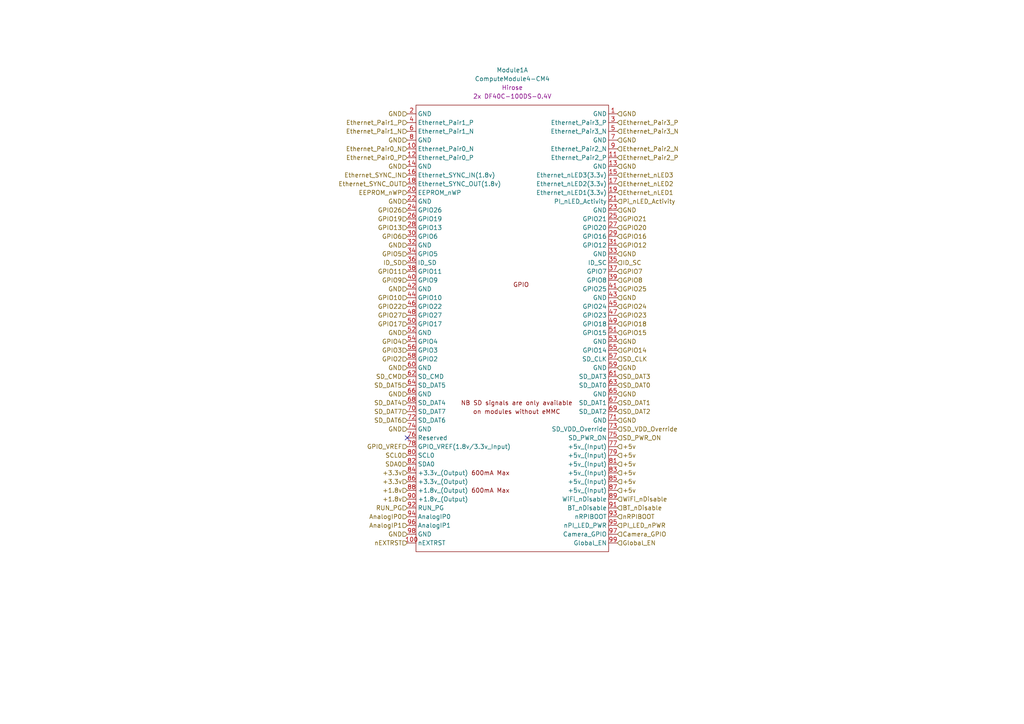
<source format=kicad_sch>
(kicad_sch (version 20201015) (generator eeschema)
  (paper "A4")
  (lib_symbols
    (symbol "CM4IO:ComputeModule4-CM4"
      (property "Reference" "Module" (at 113.03 -68.58 0))
      (property "Value" "ComputeModule4-CM4" (at 140.97 2.54 0))
      (property "Field4" "Hirose" (at 0 0 0))
      (property "Field5" "2x DF40C-100DS-0.4V" (at 0 -2.54 0))
      (symbol "ComputeModule4-CM4_1_0"
        (text "GPIO" (at 0 6.35 0) (effects (font (size 1.27 1.27))))
      )
      (symbol "ComputeModule4-CM4_1_1"
        (text "600mA Max" (at -8.89 -53.34 0) (effects (font (size 1.27 1.27))))
        (text "600mA Max" (at -8.89 -48.26 0) (effects (font (size 1.27 1.27))))
        (text "NB SD signals are only available" (at -1.27 -27.94 0) (effects (font (size 1.27 1.27))))
        (text "on modules without eMMC" (at -1.27 -30.48 0) (effects (font (size 1.27 1.27))))
        (rectangle (start -30.48 -71.12) (end 25.4 58.42))
        (pin power_in line (at 27.94 55.88 180) (length 2.54) (name "GND") (number "1"))
        (pin passive line (at -33.02 45.72 0) (length 2.54) (name "Ethernet_Pair0_N") (number "10"))
        (pin output line (at -33.02 -68.58 0) (length 2.54) (name "nEXTRST") (number "100"))
        (pin passive line (at 27.94 43.18 180) (length 2.54) (name "Ethernet_Pair2_P") (number "11"))
        (pin passive line (at -33.02 43.18 0) (length 2.54) (name "Ethernet_Pair0_P") (number "12"))
        (pin power_in line (at 27.94 40.64 180) (length 2.54) (name "GND") (number "13"))
        (pin power_in line (at -33.02 40.64 0) (length 2.54) (name "GND") (number "14"))
        (pin output line (at 27.94 38.1 180) (length 2.54) (name "Ethernet_nLED3(3.3v)") (number "15"))
        (pin input line (at -33.02 38.1 0) (length 2.54) (name "Ethernet_SYNC_IN(1.8v)") (number "16"))
        (pin output line (at 27.94 35.56 180) (length 2.54) (name "Ethernet_nLED2(3.3v)") (number "17"))
        (pin input line (at -33.02 35.56 0) (length 2.54) (name "Ethernet_SYNC_OUT(1.8v)") (number "18"))
        (pin output line (at 27.94 33.02 180) (length 2.54) (name "Ethernet_nLED1(3.3v)") (number "19"))
        (pin power_in line (at -33.02 55.88 0) (length 2.54) (name "GND") (number "2"))
        (pin passive line (at -33.02 33.02 0) (length 2.54) (name "EEPROM_nWP") (number "20"))
        (pin open_collector line (at 27.94 30.48 180) (length 2.54) (name "PI_nLED_Activity") (number "21"))
        (pin power_in line (at -33.02 30.48 0) (length 2.54) (name "GND") (number "22"))
        (pin power_in line (at 27.94 27.94 180) (length 2.54) (name "GND") (number "23"))
        (pin passive line (at -33.02 27.94 0) (length 2.54) (name "GPIO26") (number "24"))
        (pin passive line (at 27.94 25.4 180) (length 2.54) (name "GPIO21") (number "25"))
        (pin passive line (at -33.02 25.4 0) (length 2.54) (name "GPIO19") (number "26"))
        (pin passive line (at 27.94 22.86 180) (length 2.54) (name "GPIO20") (number "27"))
        (pin passive line (at -33.02 22.86 0) (length 2.54) (name "GPIO13") (number "28"))
        (pin passive line (at 27.94 20.32 180) (length 2.54) (name "GPIO16") (number "29"))
        (pin passive line (at 27.94 53.34 180) (length 2.54) (name "Ethernet_Pair3_P") (number "3"))
        (pin passive line (at -33.02 20.32 0) (length 2.54) (name "GPIO6") (number "30"))
        (pin passive line (at 27.94 17.78 180) (length 2.54) (name "GPIO12") (number "31"))
        (pin power_in line (at -33.02 17.78 0) (length 2.54) (name "GND") (number "32"))
        (pin power_in line (at 27.94 15.24 180) (length 2.54) (name "GND") (number "33"))
        (pin passive line (at -33.02 15.24 0) (length 2.54) (name "GPIO5") (number "34"))
        (pin passive line (at 27.94 12.7 180) (length 2.54) (name "ID_SC") (number "35"))
        (pin passive line (at -33.02 12.7 0) (length 2.54) (name "ID_SD") (number "36"))
        (pin passive line (at 27.94 10.16 180) (length 2.54) (name "GPIO7") (number "37"))
        (pin passive line (at -33.02 10.16 0) (length 2.54) (name "GPIO11") (number "38"))
        (pin passive line (at 27.94 7.62 180) (length 2.54) (name "GPIO8") (number "39"))
        (pin passive line (at -33.02 53.34 0) (length 2.54) (name "Ethernet_Pair1_P") (number "4"))
        (pin passive line (at -33.02 7.62 0) (length 2.54) (name "GPIO9") (number "40"))
        (pin passive line (at 27.94 5.08 180) (length 2.54) (name "GPIO25") (number "41"))
        (pin power_in line (at -33.02 5.08 0) (length 2.54) (name "GND") (number "42"))
        (pin power_in line (at 27.94 2.54 180) (length 2.54) (name "GND") (number "43"))
        (pin passive line (at -33.02 2.54 0) (length 2.54) (name "GPIO10") (number "44"))
        (pin passive line (at 27.94 0 180) (length 2.54) (name "GPIO24") (number "45"))
        (pin passive line (at -33.02 0 0) (length 2.54) (name "GPIO22") (number "46"))
        (pin passive line (at 27.94 -2.54 180) (length 2.54) (name "GPIO23") (number "47"))
        (pin passive line (at -33.02 -2.54 0) (length 2.54) (name "GPIO27") (number "48"))
        (pin passive line (at 27.94 -5.08 180) (length 2.54) (name "GPIO18") (number "49"))
        (pin passive line (at 27.94 50.8 180) (length 2.54) (name "Ethernet_Pair3_N") (number "5"))
        (pin passive line (at -33.02 -5.08 0) (length 2.54) (name "GPIO17") (number "50"))
        (pin passive line (at 27.94 -7.62 180) (length 2.54) (name "GPIO15") (number "51"))
        (pin power_in line (at -33.02 -7.62 0) (length 2.54) (name "GND") (number "52"))
        (pin power_in line (at 27.94 -10.16 180) (length 2.54) (name "GND") (number "53"))
        (pin passive line (at -33.02 -10.16 0) (length 2.54) (name "GPIO4") (number "54"))
        (pin passive line (at 27.94 -12.7 180) (length 2.54) (name "GPIO14") (number "55"))
        (pin passive line (at -33.02 -12.7 0) (length 2.54) (name "GPIO3") (number "56"))
        (pin passive line (at 27.94 -15.24 180) (length 2.54) (name "SD_CLK") (number "57"))
        (pin passive line (at -33.02 -15.24 0) (length 2.54) (name "GPIO2") (number "58"))
        (pin power_in line (at 27.94 -17.78 180) (length 2.54) (name "GND") (number "59"))
        (pin passive line (at -33.02 50.8 0) (length 2.54) (name "Ethernet_Pair1_N") (number "6"))
        (pin power_in line (at -33.02 -17.78 0) (length 2.54) (name "GND") (number "60"))
        (pin passive line (at 27.94 -20.32 180) (length 2.54) (name "SD_DAT3") (number "61"))
        (pin passive line (at -33.02 -20.32 0) (length 2.54) (name "SD_CMD") (number "62"))
        (pin passive line (at 27.94 -22.86 180) (length 2.54) (name "SD_DAT0") (number "63"))
        (pin passive line (at -33.02 -22.86 0) (length 2.54) (name "SD_DAT5") (number "64"))
        (pin power_in line (at 27.94 -25.4 180) (length 2.54) (name "GND") (number "65"))
        (pin power_in line (at -33.02 -25.4 0) (length 2.54) (name "GND") (number "66"))
        (pin passive line (at 27.94 -27.94 180) (length 2.54) (name "SD_DAT1") (number "67"))
        (pin passive line (at -33.02 -27.94 0) (length 2.54) (name "SD_DAT4") (number "68"))
        (pin passive line (at 27.94 -30.48 180) (length 2.54) (name "SD_DAT2") (number "69"))
        (pin power_in line (at 27.94 48.26 180) (length 2.54) (name "GND") (number "7"))
        (pin passive line (at -33.02 -30.48 0) (length 2.54) (name "SD_DAT7") (number "70"))
        (pin power_in line (at 27.94 -33.02 180) (length 2.54) (name "GND") (number "71"))
        (pin passive line (at -33.02 -33.02 0) (length 2.54) (name "SD_DAT6") (number "72"))
        (pin input line (at 27.94 -35.56 180) (length 2.54) (name "SD_VDD_Override") (number "73"))
        (pin power_in line (at -33.02 -35.56 0) (length 2.54) (name "GND") (number "74"))
        (pin output line (at 27.94 -38.1 180) (length 2.54) (name "SD_PWR_ON") (number "75"))
        (pin passive line (at -33.02 -38.1 0) (length 2.54) (name "Reserved") (number "76"))
        (pin power_in line (at 27.94 -40.64 180) (length 2.54) (name "+5v_(Input)") (number "77"))
        (pin power_in line (at -33.02 -40.64 0) (length 2.54) (name "GPIO_VREF(1.8v/3.3v_Input)") (number "78"))
        (pin power_in line (at 27.94 -43.18 180) (length 2.54) (name "+5v_(Input)") (number "79"))
        (pin power_in line (at -33.02 48.26 0) (length 2.54) (name "GND") (number "8"))
        (pin passive line (at -33.02 -43.18 0) (length 2.54) (name "SCL0") (number "80"))
        (pin power_in line (at 27.94 -45.72 180) (length 2.54) (name "+5v_(Input)") (number "81"))
        (pin passive line (at -33.02 -45.72 0) (length 2.54) (name "SDA0") (number "82"))
        (pin power_in line (at 27.94 -48.26 180) (length 2.54) (name "+5v_(Input)") (number "83"))
        (pin power_out line (at -33.02 -48.26 0) (length 2.54) (name "+3.3v_(Output)") (number "84"))
        (pin power_in line (at 27.94 -50.8 180) (length 2.54) (name "+5v_(Input)") (number "85"))
        (pin power_out line (at -33.02 -50.8 0) (length 2.54) (name "+3.3v_(Output)") (number "86"))
        (pin power_in line (at 27.94 -53.34 180) (length 2.54) (name "+5v_(Input)") (number "87"))
        (pin power_out line (at -33.02 -53.34 0) (length 2.54) (name "+1.8v_(Output)") (number "88"))
        (pin power_in line (at 27.94 -55.88 180) (length 2.54) (name "WiFi_nDisable") (number "89"))
        (pin passive line (at 27.94 45.72 180) (length 2.54) (name "Ethernet_Pair2_N") (number "9"))
        (pin power_out line (at -33.02 -55.88 0) (length 2.54) (name "+1.8v_(Output)") (number "90"))
        (pin power_in line (at 27.94 -58.42 180) (length 2.54) (name "BT_nDisable") (number "91"))
        (pin passive line (at -33.02 -58.42 0) (length 2.54) (name "RUN_PG") (number "92"))
        (pin input line (at 27.94 -60.96 180) (length 2.54) (name "nRPIBOOT") (number "93"))
        (pin passive line (at -33.02 -60.96 0) (length 2.54) (name "AnalogIP0") (number "94"))
        (pin output line (at 27.94 -63.5 180) (length 2.54) (name "nPI_LED_PWR") (number "95"))
        (pin passive line (at -33.02 -63.5 0) (length 2.54) (name "AnalogIP1") (number "96"))
        (pin passive line (at 27.94 -66.04 180) (length 2.54) (name "Camera_GPIO") (number "97"))
        (pin power_in line (at -33.02 -66.04 0) (length 2.54) (name "GND") (number "98"))
        (pin input line (at 27.94 -68.58 180) (length 2.54) (name "Global_EN") (number "99"))
      )
      (symbol "ComputeModule4-CM4_2_1"
        (text "High Speed Serial" (at 140.97 0 0) (effects (font (size 1.27 1.27))))
        (rectangle (start 114.3 -66.04) (end 165.1 63.5))
        (pin input line (at 170.18 60.96 180) (length 5.08) (name "USB_OTG_ID") (number "101"))
        (pin input line (at 109.22 60.96 0) (length 5.08) (name "PCIe_CLK_nREQ") (number "102"))
        (pin passive line (at 170.18 58.42 180) (length 5.08) (name "USB2_N") (number "103"))
        (pin passive line (at 109.22 58.42 0) (length 5.08) (name "Reserved") (number "104"))
        (pin passive line (at 170.18 55.88 180) (length 5.08) (name "USB2_P") (number "105"))
        (pin passive line (at 109.22 55.88 0) (length 5.08) (name "Reserved") (number "106"))
        (pin power_in line (at 170.18 53.34 180) (length 5.08) (name "GND") (number "107"))
        (pin power_in line (at 109.22 53.34 0) (length 5.08) (name "GND") (number "108"))
        (pin bidirectional line (at 170.18 50.8 180) (length 5.08) (name "PCIe_nRST") (number "109"))
        (pin output line (at 109.22 50.8 0) (length 5.08) (name "PCIe_CLK_P") (number "110"))
        (pin passive line (at 170.18 48.26 180) (length 5.08) (name "VDAC_COMP") (number "111"))
        (pin output line (at 109.22 48.26 0) (length 5.08) (name "PCIe_CLK_N") (number "112"))
        (pin power_in line (at 170.18 45.72 180) (length 5.08) (name "GND") (number "113"))
        (pin power_in line (at 109.22 45.72 0) (length 5.08) (name "GND") (number "114"))
        (pin input line (at 170.18 43.18 180) (length 5.08) (name "CAM1_D0_N") (number "115"))
        (pin input line (at 109.22 43.18 0) (length 5.08) (name "PCIe_RX_P") (number "116"))
        (pin input line (at 170.18 40.64 180) (length 5.08) (name "CAM1_D0_P") (number "117"))
        (pin input line (at 109.22 40.64 0) (length 5.08) (name "PCIe_RX_N") (number "118"))
        (pin power_in line (at 170.18 38.1 180) (length 5.08) (name "GND") (number "119"))
        (pin power_in line (at 109.22 38.1 0) (length 5.08) (name "GND") (number "120"))
        (pin input line (at 170.18 35.56 180) (length 5.08) (name "CAM1_D1_N") (number "121"))
        (pin output line (at 109.22 35.56 0) (length 5.08) (name "PCIe_TX_P") (number "122"))
        (pin input line (at 170.18 33.02 180) (length 5.08) (name "CAM1_D1_P") (number "123"))
        (pin output line (at 109.22 33.02 0) (length 5.08) (name "PCIe_TX_N") (number "124"))
        (pin power_in line (at 170.18 30.48 180) (length 5.08) (name "GND") (number "125"))
        (pin power_in line (at 109.22 30.48 0) (length 5.08) (name "GND") (number "126"))
        (pin input line (at 170.18 27.94 180) (length 5.08) (name "CAM1_C_N") (number "127"))
        (pin input line (at 109.22 27.94 0) (length 5.08) (name "CAM0_D0_N") (number "128"))
        (pin input line (at 170.18 25.4 180) (length 5.08) (name "CAM1_C_P") (number "129"))
        (pin input line (at 109.22 25.4 0) (length 5.08) (name "CAM0_D0_P") (number "130"))
        (pin power_in line (at 170.18 22.86 180) (length 5.08) (name "GND") (number "131"))
        (pin power_in line (at 109.22 22.86 0) (length 5.08) (name "GND") (number "132"))
        (pin input line (at 170.18 20.32 180) (length 5.08) (name "CAM1_D2_N") (number "133"))
        (pin input line (at 109.22 20.32 0) (length 5.08) (name "CAM0_D1_N") (number "134"))
        (pin input line (at 170.18 17.78 180) (length 5.08) (name "CAM1_D2_P") (number "135"))
        (pin input line (at 109.22 17.78 0) (length 5.08) (name "CAM0_D1_P") (number "136"))
        (pin power_in line (at 170.18 15.24 180) (length 5.08) (name "GND") (number "137"))
        (pin power_in line (at 109.22 15.24 0) (length 5.08) (name "GND") (number "138"))
        (pin input line (at 170.18 12.7 180) (length 5.08) (name "CAM1_D3_N") (number "139"))
        (pin input line (at 109.22 12.7 0) (length 5.08) (name "CAM0_C_N") (number "140"))
        (pin input line (at 170.18 10.16 180) (length 5.08) (name "CAM1_D3_P") (number "141"))
        (pin input line (at 109.22 10.16 0) (length 5.08) (name "CAM0_C_P") (number "142"))
        (pin input line (at 170.18 7.62 180) (length 5.08) (name "HDMI1_HOTPLUG") (number "143"))
        (pin power_in line (at 109.22 7.62 0) (length 5.08) (name "GND") (number "144"))
        (pin bidirectional line (at 170.18 5.08 180) (length 5.08) (name "HDMI1_SDA") (number "145"))
        (pin output line (at 109.22 5.08 0) (length 5.08) (name "HDMI1_TX2_P") (number "146"))
        (pin open_collector line (at 170.18 2.54 180) (length 5.08) (name "HDMI1_SCL") (number "147"))
        (pin output line (at 109.22 2.54 0) (length 5.08) (name "HDMI1_TX2_N") (number "148"))
        (pin open_collector line (at 170.18 0 180) (length 5.08) (name "HDMI1_CEC") (number "149"))
        (pin power_in line (at 109.22 0 0) (length 5.08) (name "GND") (number "150"))
        (pin open_collector line (at 170.18 -2.54 180) (length 5.08) (name "HDMI0_CEC") (number "151"))
        (pin output line (at 109.22 -2.54 0) (length 5.08) (name "HDMI1_TX1_P") (number "152"))
        (pin input line (at 170.18 -5.08 180) (length 5.08) (name "HDMI0_HOTPLUG") (number "153"))
        (pin output line (at 109.22 -5.08 0) (length 5.08) (name "HDMI1_TX1_N") (number "154"))
        (pin power_in line (at 170.18 -7.62 180) (length 5.08) (name "GND") (number "155"))
        (pin power_in line (at 109.22 -7.62 0) (length 5.08) (name "GND") (number "156"))
        (pin output line (at 170.18 -10.16 180) (length 5.08) (name "DSI0_D0_N") (number "157"))
        (pin output line (at 109.22 -10.16 0) (length 5.08) (name "HDMI1_TX0_P") (number "158"))
        (pin output line (at 170.18 -12.7 180) (length 5.08) (name "DSI0_D0_P") (number "159"))
        (pin output line (at 109.22 -12.7 0) (length 5.08) (name "HDMI1_TX0_N") (number "160"))
        (pin power_in line (at 170.18 -15.24 180) (length 5.08) (name "GND") (number "161"))
        (pin power_in line (at 109.22 -15.24 0) (length 5.08) (name "GND") (number "162"))
        (pin output line (at 170.18 -17.78 180) (length 5.08) (name "DSI0_D1_N") (number "163"))
        (pin output line (at 109.22 -17.78 0) (length 5.08) (name "HDMI1_CLK_P") (number "164"))
        (pin output line (at 170.18 -20.32 180) (length 5.08) (name "DSI0_D1_P") (number "165"))
        (pin output line (at 109.22 -20.32 0) (length 5.08) (name "HDMI1_CLK_N") (number "166"))
        (pin power_in line (at 170.18 -22.86 180) (length 5.08) (name "GND") (number "167"))
        (pin power_in line (at 109.22 -22.86 0) (length 5.08) (name "GND") (number "168"))
        (pin output line (at 170.18 -25.4 180) (length 5.08) (name "DSI0_C_N") (number "169"))
        (pin output line (at 109.22 -25.4 0) (length 5.08) (name "HDMI0_TX2_P") (number "170"))
        (pin output line (at 170.18 -27.94 180) (length 5.08) (name "DSI0_C_P") (number "171"))
        (pin output line (at 109.22 -27.94 0) (length 5.08) (name "HDMI0_TX2_N") (number "172"))
        (pin power_in line (at 170.18 -30.48 180) (length 5.08) (name "GND") (number "173"))
        (pin power_in line (at 109.22 -30.48 0) (length 5.08) (name "GND") (number "174"))
        (pin output line (at 170.18 -33.02 180) (length 5.08) (name "DSI1_D0_N") (number "175"))
        (pin output line (at 109.22 -33.02 0) (length 5.08) (name "HDMI0_TX1_P") (number "176"))
        (pin output line (at 170.18 -35.56 180) (length 5.08) (name "DSI1_D0_P") (number "177"))
        (pin output line (at 109.22 -35.56 0) (length 5.08) (name "HDMI0_TX1_N") (number "178"))
        (pin power_in line (at 170.18 -38.1 180) (length 5.08) (name "GND") (number "179"))
        (pin power_in line (at 109.22 -38.1 0) (length 5.08) (name "GND") (number "180"))
        (pin output line (at 170.18 -40.64 180) (length 5.08) (name "DSI1_D1_N") (number "181"))
        (pin output line (at 109.22 -40.64 0) (length 5.08) (name "HDMI0_TX0_P") (number "182"))
        (pin output line (at 170.18 -43.18 180) (length 5.08) (name "DSI1_D1_P") (number "183"))
        (pin output line (at 109.22 -43.18 0) (length 5.08) (name "HDMI0_TX0_N") (number "184"))
        (pin power_in line (at 170.18 -45.72 180) (length 5.08) (name "GND") (number "185"))
        (pin power_in line (at 109.22 -45.72 0) (length 5.08) (name "GND") (number "186"))
        (pin output line (at 170.18 -48.26 180) (length 5.08) (name "DSI1_C_N") (number "187"))
        (pin output line (at 109.22 -48.26 0) (length 5.08) (name "HDMI0_CLK_P") (number "188"))
        (pin output line (at 170.18 -50.8 180) (length 5.08) (name "DSI1_C_P") (number "189"))
        (pin output line (at 109.22 -50.8 0) (length 5.08) (name "HDMI0_CLK_N") (number "190"))
        (pin power_in line (at 170.18 -53.34 180) (length 5.08) (name "GND") (number "191"))
        (pin power_in line (at 109.22 -53.34 0) (length 5.08) (name "GND") (number "192"))
        (pin output line (at 170.18 -55.88 180) (length 5.08) (name "DSI1_D2_N") (number "193"))
        (pin output line (at 109.22 -55.88 0) (length 5.08) (name "DSI1_D3_N") (number "194"))
        (pin output line (at 170.18 -58.42 180) (length 5.08) (name "DSI1_D2_P") (number "195"))
        (pin output line (at 109.22 -58.42 0) (length 5.08) (name "DSI1_D3_P") (number "196"))
        (pin power_in line (at 170.18 -60.96 180) (length 5.08) (name "GND") (number "197"))
        (pin power_in line (at 109.22 -60.96 0) (length 5.08) (name "GND") (number "198"))
        (pin bidirectional line (at 170.18 -63.5 180) (length 5.08) (name "HDMI0_SDA") (number "199"))
        (pin open_collector line (at 109.22 -63.5 0) (length 5.08) (name "HDMI0_SCL") (number "200"))
      )
    )
  )
  (no_connect (at 118.11 127))
  (hierarchical_label "GND" (shape input) (at 118.11 33.02 180))
  (hierarchical_label "Ethernet_Pair1_P" (shape input) (at 118.11 35.56 180))
  (hierarchical_label "Ethernet_Pair1_N" (shape input) (at 118.11 38.1 180))
  (hierarchical_label "GND" (shape input) (at 118.11 40.64 180))
  (hierarchical_label "Ethernet_Pair0_N" (shape input) (at 118.11 43.18 180))
  (hierarchical_label "Ethernet_Pair0_P" (shape input) (at 118.11 45.72 180))
  (hierarchical_label "GND" (shape input) (at 118.11 48.26 180))
  (hierarchical_label "Ethernet_SYNC_IN" (shape input) (at 118.11 50.8 180))
  (hierarchical_label "Ethernet_SYNC_OUT" (shape input) (at 118.11 53.34 180))
  (hierarchical_label "EEPROM_nWP" (shape input) (at 118.11 55.88 180))
  (hierarchical_label "GND" (shape input) (at 118.11 58.42 180))
  (hierarchical_label "GPIO26" (shape input) (at 118.11 60.96 180))
  (hierarchical_label "GPIO19" (shape input) (at 118.11 63.5 180))
  (hierarchical_label "GPIO13" (shape input) (at 118.11 66.04 180))
  (hierarchical_label "GPIO6" (shape input) (at 118.11 68.58 180))
  (hierarchical_label "GND" (shape input) (at 118.11 71.12 180))
  (hierarchical_label "GPIO5" (shape input) (at 118.11 73.66 180))
  (hierarchical_label "ID_SD" (shape input) (at 118.11 76.2 180))
  (hierarchical_label "GPIO11" (shape input) (at 118.11 78.74 180))
  (hierarchical_label "GPIO9" (shape input) (at 118.11 81.28 180))
  (hierarchical_label "GND" (shape input) (at 118.11 83.82 180))
  (hierarchical_label "GPIO10" (shape input) (at 118.11 86.36 180))
  (hierarchical_label "GPIO22" (shape input) (at 118.11 88.9 180))
  (hierarchical_label "GPIO27" (shape input) (at 118.11 91.44 180))
  (hierarchical_label "GPIO17" (shape input) (at 118.11 93.98 180))
  (hierarchical_label "GND" (shape input) (at 118.11 96.52 180))
  (hierarchical_label "GPIO4" (shape input) (at 118.11 99.06 180))
  (hierarchical_label "GPIO3" (shape input) (at 118.11 101.6 180))
  (hierarchical_label "GPIO2" (shape input) (at 118.11 104.14 180))
  (hierarchical_label "GND" (shape input) (at 118.11 106.68 180))
  (hierarchical_label "SD_CMD" (shape input) (at 118.11 109.22 180))
  (hierarchical_label "SD_DAT5" (shape input) (at 118.11 111.76 180))
  (hierarchical_label "GND" (shape input) (at 118.11 114.3 180))
  (hierarchical_label "SD_DAT4" (shape input) (at 118.11 116.84 180))
  (hierarchical_label "SD_DAT7" (shape input) (at 118.11 119.38 180))
  (hierarchical_label "SD_DAT6" (shape input) (at 118.11 121.92 180))
  (hierarchical_label "GND" (shape input) (at 118.11 124.46 180))
  (hierarchical_label "GPIO_VREF" (shape input) (at 118.11 129.54 180))
  (hierarchical_label "SCL0" (shape input) (at 118.11 132.08 180))
  (hierarchical_label "SDA0" (shape input) (at 118.11 134.62 180))
  (hierarchical_label "+3.3v" (shape input) (at 118.11 137.16 180))
  (hierarchical_label "+3.3v" (shape input) (at 118.11 139.7 180))
  (hierarchical_label "+1.8v" (shape input) (at 118.11 142.24 180))
  (hierarchical_label "+1.8v" (shape input) (at 118.11 144.78 180))
  (hierarchical_label "RUN_PG" (shape input) (at 118.11 147.32 180))
  (hierarchical_label "AnalogIP0" (shape input) (at 118.11 149.86 180))
  (hierarchical_label "AnalogIP1" (shape input) (at 118.11 152.4 180))
  (hierarchical_label "GND" (shape input) (at 118.11 154.94 180))
  (hierarchical_label "nEXTRST" (shape input) (at 118.11 157.48 180))
  (hierarchical_label "GND" (shape input) (at 179.07 33.02 0))
  (hierarchical_label "Ethernet_Pair3_P" (shape input) (at 179.07 35.56 0))
  (hierarchical_label "Ethernet_Pair3_N" (shape input) (at 179.07 38.1 0))
  (hierarchical_label "GND" (shape input) (at 179.07 40.64 0))
  (hierarchical_label "Ethernet_Pair2_N" (shape input) (at 179.07 43.18 0))
  (hierarchical_label "Ethernet_Pair2_P" (shape input) (at 179.07 45.72 0))
  (hierarchical_label "GND" (shape input) (at 179.07 48.26 0))
  (hierarchical_label "Ethernet_nLED3" (shape input) (at 179.07 50.8 0))
  (hierarchical_label "Ethernet_nLED2" (shape input) (at 179.07 53.34 0))
  (hierarchical_label "Ethernet_nLED1" (shape input) (at 179.07 55.88 0))
  (hierarchical_label "Pi_nLED_Activity" (shape input) (at 179.07 58.42 0))
  (hierarchical_label "GND" (shape input) (at 179.07 60.96 0))
  (hierarchical_label "GPIO21" (shape input) (at 179.07 63.5 0))
  (hierarchical_label "GPIO20" (shape input) (at 179.07 66.04 0))
  (hierarchical_label "GPIO16" (shape input) (at 179.07 68.58 0))
  (hierarchical_label "GPIO12" (shape input) (at 179.07 71.12 0))
  (hierarchical_label "GND" (shape input) (at 179.07 73.66 0))
  (hierarchical_label "ID_SC" (shape input) (at 179.07 76.2 0))
  (hierarchical_label "GPIO7" (shape input) (at 179.07 78.74 0))
  (hierarchical_label "GPIO8" (shape input) (at 179.07 81.28 0))
  (hierarchical_label "GPIO25" (shape input) (at 179.07 83.82 0))
  (hierarchical_label "GND" (shape input) (at 179.07 86.36 0))
  (hierarchical_label "GPIO24" (shape input) (at 179.07 88.9 0))
  (hierarchical_label "GPIO23" (shape input) (at 179.07 91.44 0))
  (hierarchical_label "GPIO18" (shape input) (at 179.07 93.98 0))
  (hierarchical_label "GPIO15" (shape input) (at 179.07 96.52 0))
  (hierarchical_label "GND" (shape input) (at 179.07 99.06 0))
  (hierarchical_label "GPIO14" (shape input) (at 179.07 101.6 0))
  (hierarchical_label "SD_CLK" (shape input) (at 179.07 104.14 0))
  (hierarchical_label "GND" (shape input) (at 179.07 106.68 0))
  (hierarchical_label "SD_DAT3" (shape input) (at 179.07 109.22 0))
  (hierarchical_label "SD_DAT0" (shape input) (at 179.07 111.76 0))
  (hierarchical_label "GND" (shape input) (at 179.07 114.3 0))
  (hierarchical_label "SD_DAT1" (shape input) (at 179.07 116.84 0))
  (hierarchical_label "SD_DAT2" (shape input) (at 179.07 119.38 0))
  (hierarchical_label "GND" (shape input) (at 179.07 121.92 0))
  (hierarchical_label "SD_VDD_Override" (shape input) (at 179.07 124.46 0))
  (hierarchical_label "SD_PWR_ON" (shape input) (at 179.07 127 0))
  (hierarchical_label "+5v" (shape input) (at 179.07 129.54 0))
  (hierarchical_label "+5v" (shape input) (at 179.07 132.08 0))
  (hierarchical_label "+5v" (shape input) (at 179.07 134.62 0))
  (hierarchical_label "+5v" (shape input) (at 179.07 137.16 0))
  (hierarchical_label "+5v" (shape input) (at 179.07 139.7 0))
  (hierarchical_label "+5v" (shape input) (at 179.07 142.24 0))
  (hierarchical_label "WiFi_nDisable" (shape input) (at 179.07 144.78 0))
  (hierarchical_label "BT_nDisable" (shape input) (at 179.07 147.32 0))
  (hierarchical_label "nRPIBOOT" (shape input) (at 179.07 149.86 0))
  (hierarchical_label "PI_LED_nPWR" (shape input) (at 179.07 152.4 0))
  (hierarchical_label "Camera_GPIO" (shape input) (at 179.07 154.94 0))
  (hierarchical_label "Global_EN" (shape input) (at 179.07 157.48 0))
  (symbol (lib_id "CM4IO:ComputeModule4-CM4") (at 151.13 88.9 0) (unit 1)
    (property "Reference" "Module1" (at 148.59 20.32 0))
    (property "Value" "ComputeModule4-CM4" (at 148.59 22.86 0))
    (property "Footprint" "CM4IO:Raspberry-Pi-4-Compute-Module" (effects hide))
    (property "Field4" "Hirose" (at 148.59 25.4 0))
    (property "Field5" "2x DF40C-100DS-0.4V" (at 148.59 27.94 0))
  )
)
</source>
